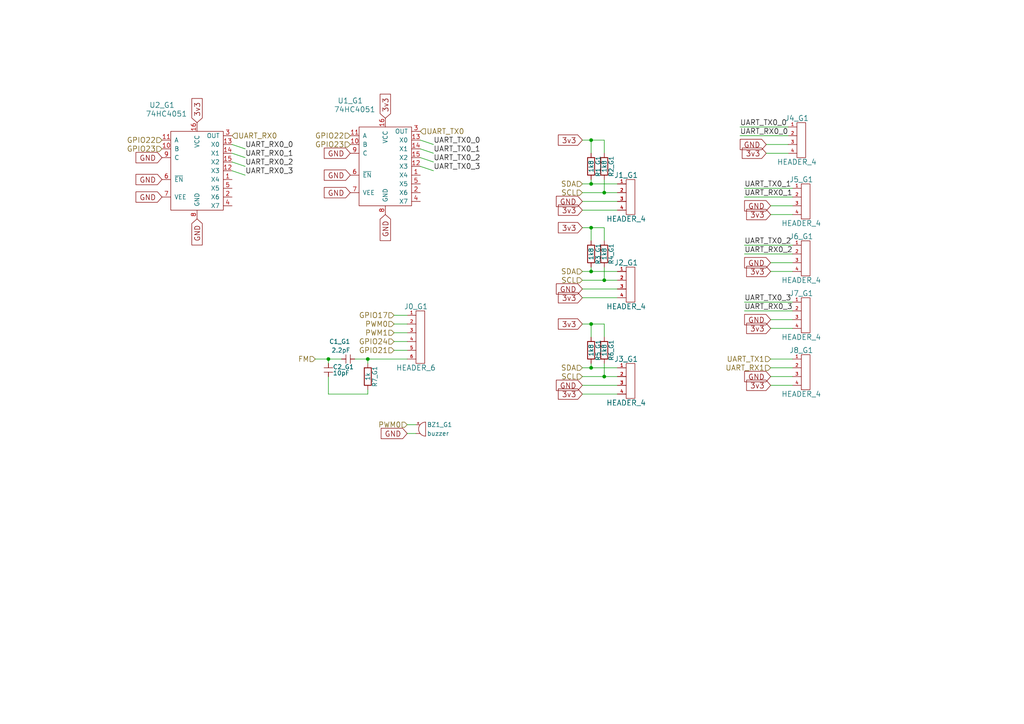
<source format=kicad_sch>
(kicad_sch (version 20230121) (generator eeschema)
  (paper "A4")
  (lib_symbols
    (symbol "PiMainboard-rescue:74HC4051" (pin_names (offset 1.016))
      (property "Reference" "U" (at -10.16 19.05 0))
      (property "Value" "74HC4051" (at -8.89 16.51 0))
      (symbol "74HC4051_0_1"
        (rectangle (start 7.62 11.43) (end -7.62 -11.43))
      )
      (symbol "74HC4051_1_1"
        (pin passive line (at 10.16 -2.54 180) (length 2.54) (name "X4") (number "1"))
        (pin passive line (at -10.16 6.35 0) (length 2.54) (name "B") (number "10"))
        (pin passive line (at -10.16 8.89 0) (length 2.54) (name "A") (number "11"))
        (pin passive line (at 10.16 0 180) (length 2.54) (name "X3") (number "12"))
        (pin passive line (at 10.16 7.62 180) (length 2.54) (name "X0") (number "13"))
        (pin passive line (at 10.16 5.08 180) (length 2.54) (name "X1") (number "14"))
        (pin passive line (at 10.16 2.54 180) (length 2.54) (name "X2") (number "15"))
        (pin passive line (at 0 13.97 270) (length 2.54) (name "VCC") (number "16"))
        (pin passive line (at 10.16 -7.62 180) (length 2.54) (name "X6") (number "2"))
        (pin passive line (at 10.16 10.16 180) (length 2.54) (name "OUT") (number "3"))
        (pin passive line (at 10.16 -10.16 180) (length 2.54) (name "X7") (number "4"))
        (pin passive line (at 10.16 -5.08 180) (length 2.54) (name "X5") (number "5"))
        (pin passive line (at -10.16 -2.54 0) (length 2.54) (name "~{EN}") (number "6"))
        (pin passive line (at -10.16 -7.62 0) (length 2.54) (name "VEE") (number "7"))
        (pin passive line (at 0 -13.97 90) (length 2.54) (name "GND") (number "8"))
        (pin passive line (at -10.16 3.81 0) (length 2.54) (name "C") (number "9"))
      )
    )
    (symbol "PiMainboard-rescue:HEADER_4" (pin_names (offset 0))
      (property "Reference" "J" (at 0 6.35 0))
      (property "Value" "HEADER_4" (at 0 -6.35 0))
      (symbol "HEADER_4_0_1"
        (rectangle (start 2.54 5.08) (end 0 -5.08))
      )
      (symbol "HEADER_4_1_1"
        (pin passive line (at -2.54 3.81 0) (length 2.54) (name "~") (number "1"))
        (pin passive line (at -2.54 1.27 0) (length 2.54) (name "~") (number "2"))
        (pin passive line (at -2.54 -1.27 0) (length 2.54) (name "~") (number "3"))
        (pin passive line (at -2.54 -3.81 0) (length 2.54) (name "~") (number "4"))
      )
    )
    (symbol "PiMainboard-rescue:HEADER_6" (pin_names (offset 0))
      (property "Reference" "J" (at 0 8.89 0))
      (property "Value" "HEADER_6" (at 0 -8.89 0))
      (symbol "HEADER_6_0_1"
        (rectangle (start 2.54 7.62) (end 0 -7.62))
      )
      (symbol "HEADER_6_1_1"
        (pin passive line (at -2.54 6.35 0) (length 2.54) (name "~") (number "1"))
        (pin passive line (at -2.54 3.81 0) (length 2.54) (name "~") (number "2"))
        (pin passive line (at -2.54 1.27 0) (length 2.54) (name "~") (number "3"))
        (pin passive line (at -2.54 -1.27 0) (length 2.54) (name "~") (number "4"))
        (pin passive line (at -2.54 -3.81 0) (length 2.54) (name "~") (number "5"))
        (pin passive line (at -2.54 -6.35 0) (length 2.54) (name "~") (number "6"))
      )
    )
    (symbol "PiMainboard-rescue:R" (pin_numbers hide) (pin_names (offset 0))
      (property "Reference" "R" (at 2.032 0 90))
      (property "Value" "R" (at 0 0 90))
      (symbol "R_0_1"
        (rectangle (start -1.016 -2.54) (end 1.016 2.54) (stroke (width 0.254)))
      )
      (symbol "R_1_1"
        (pin passive line (at 0 3.81 270) (length 1.27) (name "~") (number "1"))
        (pin passive line (at 0 -3.81 90) (length 1.27) (name "~") (number "2"))
      )
    )
    (symbol "PiMainboard-rescue:buzzer" (pin_numbers hide) (pin_names (offset 0.254) hide)
      (property "Reference" "BZ" (at 1.905 1.27 0))
      (property "Value" "buzzer" (at 1.905 -1.27 0))
      (symbol "buzzer_0_1"
        (polyline (pts (xy 1.524 2.032) (xy 1.524 -2.032)))
        (polyline (pts (xy -0.635 2.032) (xy -0.635 1.524) (xy -0.635 1.524)))
        (polyline (pts (xy -0.381 1.778) (xy -0.889 1.778) (xy -0.889 1.778)))
        (arc (start 1.524 2.032) (mid -0.4992 0) (end 1.524 -2.032))
      )
      (symbol "buzzer_1_1"
        (pin passive line (at -1.27 1.27 0) (length 1.1938) (name "~") (number "1"))
        (pin passive line (at -1.27 -1.27 0) (length 1.1938) (name "~") (number "2"))
      )
    )
    (symbol "PiMainboard-rescue:cap_np" (pin_numbers hide) (pin_names (offset 0.254))
      (property "Reference" "C" (at 1.27 0.254 0))
      (property "Value" "cap_np" (at 1.27 -1.524 0))
      (symbol "cap_np_0_1"
        (polyline (pts (xy -1.27 0) (xy 1.27 0) (xy 1.27 0)))
        (polyline (pts (xy 1.27 -1.27) (xy -1.27 -1.27) (xy -1.27 -1.27)))
      )
      (symbol "cap_np_1_1"
        (pin passive line (at 0 1.27 270) (length 1.27) (name "~") (number "1"))
        (pin passive line (at 0 -2.54 90) (length 1.27) (name "~") (number "2"))
      )
    )
  )
  (junction (at 171.45 66.04))
  (junction (at 171.45 40.64))
  (junction (at 95.25 104.14))
  (junction (at 171.45 53.34))
  (junction (at 106.68 104.14))
  (junction (at 171.45 106.68))
  (junction (at 175.26 55.88))
  (junction (at 175.26 81.28))
  (junction (at 175.26 109.22))
  (junction (at 171.45 93.98))
  (junction (at 171.45 78.74))
  (wire (pts (xy 168.91 81.28) (xy 175.26 81.28)))
  (wire (pts (xy 168.91 114.3) (xy 179.07 114.3)))
  (wire (pts (xy 168.91 83.82) (xy 179.07 83.82)))
  (wire (pts (xy 223.52 106.68) (xy 229.87 106.68)))
  (wire (pts (xy 171.45 69.85) (xy 171.45 66.04)))
  (wire (pts (xy 114.3 96.52) (xy 118.11 96.52)))
  (wire (pts (xy 67.31 49.53) (xy 71.12 50.8)))
  (wire (pts (xy 168.91 109.22) (xy 175.26 109.22)))
  (wire (pts (xy 175.26 81.28) (xy 179.07 81.28)))
  (wire (pts (xy 223.52 59.69) (xy 229.87 59.69)))
  (wire (pts (xy 223.52 62.23) (xy 229.87 62.23)))
  (wire (pts (xy 120.65 125.73) (xy 118.11 125.73)))
  (wire (pts (xy 95.25 114.3) (xy 106.68 114.3)))
  (wire (pts (xy 95.25 105.41) (xy 95.25 104.14)))
  (wire (pts (xy 215.9 57.15) (xy 229.87 57.15)))
  (wire (pts (xy 121.92 43.18) (xy 125.73 44.45)))
  (wire (pts (xy 168.91 58.42) (xy 179.07 58.42)))
  (wire (pts (xy 114.3 101.6) (xy 118.11 101.6)))
  (wire (pts (xy 171.45 78.74) (xy 171.45 77.47)))
  (wire (pts (xy 121.92 45.72) (xy 125.73 46.99)))
  (wire (pts (xy 114.3 93.98) (xy 118.11 93.98)))
  (wire (pts (xy 223.52 78.74) (xy 229.87 78.74)))
  (wire (pts (xy 215.9 54.61) (xy 229.87 54.61)))
  (wire (pts (xy 121.92 40.64) (xy 125.73 41.91)))
  (wire (pts (xy 171.45 97.79) (xy 171.45 93.98)))
  (wire (pts (xy 168.91 60.96) (xy 179.07 60.96)))
  (wire (pts (xy 175.26 40.64) (xy 175.26 44.45)))
  (wire (pts (xy 175.26 66.04) (xy 175.26 69.85)))
  (wire (pts (xy 223.52 111.76) (xy 229.87 111.76)))
  (wire (pts (xy 171.45 66.04) (xy 175.26 66.04)))
  (wire (pts (xy 168.91 86.36) (xy 179.07 86.36)))
  (wire (pts (xy 95.25 104.14) (xy 99.06 104.14)))
  (wire (pts (xy 215.9 87.63) (xy 229.87 87.63)))
  (wire (pts (xy 171.45 78.74) (xy 179.07 78.74)))
  (wire (pts (xy 168.91 111.76) (xy 179.07 111.76)))
  (wire (pts (xy 106.68 114.3) (xy 106.68 113.03)))
  (wire (pts (xy 222.25 44.45) (xy 228.6 44.45)))
  (wire (pts (xy 175.26 105.41) (xy 175.26 109.22)))
  (wire (pts (xy 168.91 55.88) (xy 175.26 55.88)))
  (wire (pts (xy 214.63 36.83) (xy 228.6 36.83)))
  (wire (pts (xy 102.87 104.14) (xy 106.68 104.14)))
  (wire (pts (xy 91.44 104.14) (xy 95.25 104.14)))
  (wire (pts (xy 175.26 55.88) (xy 179.07 55.88)))
  (wire (pts (xy 171.45 106.68) (xy 179.07 106.68)))
  (wire (pts (xy 67.31 46.99) (xy 71.12 48.26)))
  (wire (pts (xy 67.31 44.45) (xy 71.12 45.72)))
  (wire (pts (xy 171.45 53.34) (xy 179.07 53.34)))
  (wire (pts (xy 168.91 66.04) (xy 171.45 66.04)))
  (wire (pts (xy 168.91 78.74) (xy 171.45 78.74)))
  (wire (pts (xy 223.52 76.2) (xy 229.87 76.2)))
  (wire (pts (xy 120.65 123.19) (xy 118.11 123.19)))
  (wire (pts (xy 215.9 71.12) (xy 229.87 71.12)))
  (wire (pts (xy 171.45 106.68) (xy 171.45 105.41)))
  (wire (pts (xy 223.52 104.14) (xy 229.87 104.14)))
  (wire (pts (xy 171.45 93.98) (xy 175.26 93.98)))
  (wire (pts (xy 168.91 106.68) (xy 171.45 106.68)))
  (wire (pts (xy 171.45 44.45) (xy 171.45 40.64)))
  (wire (pts (xy 175.26 77.47) (xy 175.26 81.28)))
  (wire (pts (xy 121.92 48.26) (xy 125.73 49.53)))
  (wire (pts (xy 95.25 109.22) (xy 95.25 114.3)))
  (wire (pts (xy 114.3 99.06) (xy 118.11 99.06)))
  (wire (pts (xy 223.52 95.25) (xy 229.87 95.25)))
  (wire (pts (xy 214.63 39.37) (xy 228.6 39.37)))
  (wire (pts (xy 171.45 40.64) (xy 175.26 40.64)))
  (wire (pts (xy 106.68 104.14) (xy 118.11 104.14)))
  (wire (pts (xy 215.9 73.66) (xy 229.87 73.66)))
  (wire (pts (xy 67.31 41.91) (xy 71.12 43.18)))
  (wire (pts (xy 215.9 90.17) (xy 229.87 90.17)))
  (wire (pts (xy 175.26 109.22) (xy 179.07 109.22)))
  (wire (pts (xy 168.91 40.64) (xy 171.45 40.64)))
  (wire (pts (xy 114.3 91.44) (xy 118.11 91.44)))
  (wire (pts (xy 223.52 92.71) (xy 229.87 92.71)))
  (wire (pts (xy 222.25 41.91) (xy 228.6 41.91)))
  (wire (pts (xy 171.45 53.34) (xy 171.45 52.07)))
  (wire (pts (xy 168.91 53.34) (xy 171.45 53.34)))
  (wire (pts (xy 175.26 52.07) (xy 175.26 55.88)))
  (wire (pts (xy 168.91 93.98) (xy 171.45 93.98)))
  (wire (pts (xy 223.52 109.22) (xy 229.87 109.22)))
  (wire (pts (xy 175.26 93.98) (xy 175.26 97.79)))
  (wire (pts (xy 106.68 104.14) (xy 106.68 105.41)))
  (label "UART_TX0_1" (at 125.73 44.45 0) (effects (font (size 1.524 1.524))))
  (label "UART_TX0_0" (at 125.73 41.91 0) (effects (font (size 1.524 1.524))))
  (label "UART_RX0_0" (at 214.63 39.37 0) (effects (font (size 1.524 1.524))))
  (label "UART_RX0_3" (at 215.9 90.17 0) (effects (font (size 1.524 1.524))))
  (label "UART_TX0_3" (at 125.73 49.53 0) (effects (font (size 1.524 1.524))))
  (label "UART_RX0_1" (at 71.12 45.72 0) (effects (font (size 1.524 1.524))))
  (label "UART_RX0_1" (at 215.9 57.15 0) (effects (font (size 1.524 1.524))))
  (label "UART_RX0_3" (at 71.12 50.8 0) (effects (font (size 1.524 1.524))))
  (label "UART_TX0_2" (at 125.73 46.99 0) (effects (font (size 1.524 1.524))))
  (label "UART_TX0_2" (at 215.9 71.12 0) (effects (font (size 1.524 1.524))))
  (label "UART_TX0_0" (at 214.63 36.83 0) (effects (font (size 1.524 1.524))))
  (label "UART_RX0_0" (at 71.12 43.18 0) (effects (font (size 1.524 1.524))))
  (label "UART_TX0_1" (at 215.9 54.61 0) (effects (font (size 1.524 1.524))))
  (label "UART_TX0_3" (at 215.9 87.63 0) (effects (font (size 1.524 1.524))))
  (label "UART_RX0_2" (at 215.9 73.66 0) (effects (font (size 1.524 1.524))))
  (label "UART_RX0_2" (at 71.12 48.26 0) (effects (font (size 1.524 1.524))))
  (global_label "GND" (shape input) (at 223.52 59.69 180) (effects (font (size 1.524 1.524))) (property "Intersheetrefs" "${INTERSHEET_REFS}" (effects hide)))
  (global_label "3v3" (shape input) (at 168.91 114.3 180) (effects (font (size 1.524 1.524))) (property "Intersheetrefs" "${INTERSHEET_REFS}" (effects hide)))
  (global_label "GND" (shape input) (at 222.25 41.91 180) (effects (font (size 1.524 1.524))) (property "Intersheetrefs" "${INTERSHEET_REFS}" (effects hide)))
  (global_label "3v3" (shape input) (at 57.15 35.56 90) (effects (font (size 1.524 1.524))) (property "Intersheetrefs" "${INTERSHEET_REFS}" (effects hide)))
  (global_label "GND" (shape input) (at 101.6 55.88 180) (effects (font (size 1.524 1.524))) (property "Intersheetrefs" "${INTERSHEET_REFS}" (effects hide)))
  (global_label "3v3" (shape input) (at 168.91 60.96 180) (effects (font (size 1.524 1.524))) (property "Intersheetrefs" "${INTERSHEET_REFS}" (effects hide)))
  (global_label "GND" (shape input) (at 223.52 76.2 180) (effects (font (size 1.524 1.524))) (property "Intersheetrefs" "${INTERSHEET_REFS}" (effects hide)))
  (global_label "GND" (shape input) (at 223.52 109.22 180) (effects (font (size 1.524 1.524))) (property "Intersheetrefs" "${INTERSHEET_REFS}" (effects hide)))
  (global_label "3v3" (shape input) (at 168.91 40.64 180) (effects (font (size 1.524 1.524))) (property "Intersheetrefs" "${INTERSHEET_REFS}" (effects hide)))
  (global_label "GND" (shape input) (at 111.76 62.23 270) (effects (font (size 1.524 1.524))) (property "Intersheetrefs" "${INTERSHEET_REFS}" (effects hide)))
  (global_label "3v3" (shape input) (at 168.91 93.98 180) (effects (font (size 1.524 1.524))) (property "Intersheetrefs" "${INTERSHEET_REFS}" (effects hide)))
  (global_label "3v3" (shape input) (at 222.25 44.45 180) (effects (font (size 1.524 1.524))) (property "Intersheetrefs" "${INTERSHEET_REFS}" (effects hide)))
  (global_label "3v3" (shape input) (at 223.52 78.74 180) (effects (font (size 1.524 1.524))) (property "Intersheetrefs" "${INTERSHEET_REFS}" (effects hide)))
  (global_label "GND" (shape input) (at 101.6 50.8 180) (effects (font (size 1.524 1.524))) (property "Intersheetrefs" "${INTERSHEET_REFS}" (effects hide)))
  (global_label "GND" (shape input) (at 223.52 92.71 180) (effects (font (size 1.524 1.524))) (property "Intersheetrefs" "${INTERSHEET_REFS}" (effects hide)))
  (global_label "3v3" (shape input) (at 168.91 86.36 180) (effects (font (size 1.524 1.524))) (property "Intersheetrefs" "${INTERSHEET_REFS}" (effects hide)))
  (global_label "GND" (shape input) (at 46.99 45.72 180) (effects (font (size 1.524 1.524))) (property "Intersheetrefs" "${INTERSHEET_REFS}" (effects hide)))
  (global_label "3v3" (shape input) (at 168.91 66.04 180) (effects (font (size 1.524 1.524))) (property "Intersheetrefs" "${INTERSHEET_REFS}" (effects hide)))
  (global_label "3v3" (shape input) (at 223.52 62.23 180) (effects (font (size 1.524 1.524))) (property "Intersheetrefs" "${INTERSHEET_REFS}" (effects hide)))
  (global_label "GND" (shape input) (at 118.11 125.73 180) (effects (font (size 1.524 1.524))) (property "Intersheetrefs" "${INTERSHEET_REFS}" (effects hide)))
  (global_label "3v3" (shape input) (at 223.52 111.76 180) (effects (font (size 1.524 1.524))) (property "Intersheetrefs" "${INTERSHEET_REFS}" (effects hide)))
  (global_label "GND" (shape input) (at 168.91 58.42 180) (effects (font (size 1.524 1.524))) (property "Intersheetrefs" "${INTERSHEET_REFS}" (effects hide)))
  (global_label "GND" (shape input) (at 168.91 111.76 180) (effects (font (size 1.524 1.524))) (property "Intersheetrefs" "${INTERSHEET_REFS}" (effects hide)))
  (global_label "3v3" (shape input) (at 223.52 95.25 180) (effects (font (size 1.524 1.524))) (property "Intersheetrefs" "${INTERSHEET_REFS}" (effects hide)))
  (global_label "GND" (shape input) (at 46.99 52.07 180) (effects (font (size 1.524 1.524))) (property "Intersheetrefs" "${INTERSHEET_REFS}" (effects hide)))
  (global_label "GND" (shape input) (at 101.6 44.45 180) (effects (font (size 1.524 1.524))) (property "Intersheetrefs" "${INTERSHEET_REFS}" (effects hide)))
  (global_label "GND" (shape input) (at 57.15 63.5 270) (effects (font (size 1.524 1.524))) (property "Intersheetrefs" "${INTERSHEET_REFS}" (effects hide)))
  (global_label "GND" (shape input) (at 46.99 57.15 180) (effects (font (size 1.524 1.524))) (property "Intersheetrefs" "${INTERSHEET_REFS}" (effects hide)))
  (global_label "GND" (shape input) (at 168.91 83.82 180) (effects (font (size 1.524 1.524))) (property "Intersheetrefs" "${INTERSHEET_REFS}" (effects hide)))
  (global_label "3v3" (shape input) (at 111.76 34.29 90) (effects (font (size 1.524 1.524))) (property "Intersheetrefs" "${INTERSHEET_REFS}" (effects hide)))
  (hierarchical_label "GPIO21" (shape input) (at 114.3 101.6 180) (effects (font (size 1.524 1.524))))
  (hierarchical_label "GPIO24" (shape input) (at 114.3 99.06 180) (effects (font (size 1.524 1.524))))
  (hierarchical_label "GPIO22" (shape input) (at 46.99 40.64 180) (effects (font (size 1.524 1.524))))
  (hierarchical_label "FM" (shape input) (at 91.44 104.14 180) (effects (font (size 1.524 1.524))))
  (hierarchical_label "UART_TX0" (shape input) (at 121.92 38.1 0) (effects (font (size 1.524 1.524))))
  (hierarchical_label "GPIO22" (shape input) (at 101.6 39.37 180) (effects (font (size 1.524 1.524))))
  (hierarchical_label "UART_TX1" (shape input) (at 223.52 104.14 180) (effects (font (size 1.524 1.524))))
  (hierarchical_label "SCL" (shape input) (at 168.91 109.22 180) (effects (font (size 1.524 1.524))))
  (hierarchical_label "PWM0" (shape input) (at 118.11 123.19 180) (effects (font (size 1.524 1.524))))
  (hierarchical_label "SDA" (shape input) (at 168.91 106.68 180) (effects (font (size 1.524 1.524))))
  (hierarchical_label "PWM0" (shape input) (at 114.3 93.98 180) (effects (font (size 1.524 1.524))))
  (hierarchical_label "UART_RX1" (shape input) (at 223.52 106.68 180) (effects (font (size 1.524 1.524))))
  (hierarchical_label "GPIO23" (shape input) (at 46.99 43.18 180) (effects (font (size 1.524 1.524))))
  (hierarchical_label "SDA" (shape input) (at 168.91 78.74 180) (effects (font (size 1.524 1.524))))
  (hierarchical_label "GPIO23" (shape input) (at 101.6 41.91 180) (effects (font (size 1.524 1.524))))
  (hierarchical_label "SCL" (shape input) (at 168.91 55.88 180) (effects (font (size 1.524 1.524))))
  (hierarchical_label "GPIO17" (shape input) (at 114.3 91.44 180) (effects (font (size 1.524 1.524))))
  (hierarchical_label "SCL" (shape input) (at 168.91 81.28 180) (effects (font (size 1.524 1.524))))
  (hierarchical_label "UART_RX0" (shape input) (at 67.31 39.37 0) (effects (font (size 1.524 1.524))))
  (hierarchical_label "PWM1" (shape input) (at 114.3 96.52 180) (effects (font (size 1.524 1.524))))
  (hierarchical_label "SDA" (shape input) (at 168.91 53.34 180) (effects (font (size 1.524 1.524))))
  (symbol (lib_id "PiMainboard-rescue:HEADER_4") (at 181.61 57.15 0) (unit 1)
    (property "Reference" "J1_G1" (at 181.61 50.8 0) (effects (font (size 1.524 1.524))))
    (property "Value" "HEADER_4" (at 181.61 63.5 0) (effects (font (size 1.524 1.524))))
  )
  (symbol (lib_id "PiMainboard-rescue:R") (at 171.45 48.26 0) (unit 1)
    (property "Reference" "R1_G1" (at 173.482 48.26 90))
    (property "Value" "1k8" (at 171.45 48.26 90))
  )
  (symbol (lib_id "PiMainboard-rescue:R") (at 175.26 48.26 0) (unit 1)
    (property "Reference" "R2_G1" (at 177.292 48.26 90))
    (property "Value" "1k8" (at 175.26 48.26 90))
  )
  (symbol (lib_id "PiMainboard-rescue:HEADER_4") (at 181.61 82.55 0) (unit 1)
    (property "Reference" "J2_G1" (at 181.61 76.2 0) (effects (font (size 1.524 1.524))))
    (property "Value" "HEADER_4" (at 181.61 88.9 0) (effects (font (size 1.524 1.524))))
  )
  (symbol (lib_id "PiMainboard-rescue:R") (at 171.45 73.66 0) (unit 1)
    (property "Reference" "R3_G1" (at 173.482 73.66 90))
    (property "Value" "1k8" (at 171.45 73.66 90))
  )
  (symbol (lib_id "PiMainboard-rescue:R") (at 175.26 73.66 0) (unit 1)
    (property "Reference" "R4_G1" (at 177.292 73.66 90))
    (property "Value" "1k8" (at 175.26 73.66 90))
  )
  (symbol (lib_id "PiMainboard-rescue:HEADER_4") (at 231.14 40.64 0) (unit 1)
    (property "Reference" "J4_G1" (at 231.14 34.29 0) (effects (font (size 1.524 1.524))))
    (property "Value" "HEADER_4" (at 231.14 46.99 0) (effects (font (size 1.524 1.524))))
    (instances (project "PiMainboard" (path "" (reference "J4_G1") (unit 1)) (path "" (reference "J3_G1") (unit 1))))
  )
  (symbol (lib_id "PiMainboard-rescue:HEADER_4") (at 232.41 74.93 0) (unit 1)
    (property "Reference" "J6_G1" (at 232.41 68.58 0) (effects (font (size 1.524 1.524))))
    (property "Value" "HEADER_4" (at 232.41 81.28 0) (effects (font (size 1.524 1.524))))
    (instances (project "PiMainboard" (path "" (reference "J6_G1") (unit 1)) (path "" (reference "J4_G1") (unit 1))))
  )
  (symbol (lib_id "PiMainboard-rescue:HEADER_6") (at 120.65 97.79 0) (unit 1)
    (property "Reference" "J0_G1" (at 120.65 88.9 0) (effects (font (size 1.524 1.524))))
    (property "Value" "HEADER_6" (at 120.65 106.68 0) (effects (font (size 1.524 1.524))))
    (instances (project "PiMainboard" (path "" (reference "J0_G1") (unit 1)) (path "" (reference "J5_G1") (unit 1))))
  )
  (symbol (lib_id "PiMainboard-rescue:cap_np") (at 95.25 106.68 0) (unit 1)
    (property "Reference" "C2_G1" (at 96.52 106.426 0) (effects (justify left)))
    (property "Value" "10pF" (at 96.52 108.204 0) (effects (justify left)))
  )
  (symbol (lib_id "PiMainboard-rescue:cap_np") (at 100.33 104.14 90) (unit 1)
    (property "Reference" "C1_G1" (at 101.6 99.06 90) (effects (justify left)))
    (property "Value" "2.2pF" (at 101.6 101.6 90) (effects (justify left)))
  )
  (symbol (lib_id "PiMainboard-rescue:R") (at 106.68 109.22 0) (unit 1)
    (property "Reference" "R7_G1" (at 108.712 109.22 90))
    (property "Value" "1k" (at 106.68 109.22 90))
    (instances (project "PiMainboard" (path "" (reference "R7_G1") (unit 1)) (path "" (reference "R5_G1") (unit 1))))
  )
  (symbol (lib_id "PiMainboard-rescue:HEADER_4") (at 232.41 58.42 0) (unit 1)
    (property "Reference" "J5_G1" (at 232.41 52.07 0) (effects (font (size 1.524 1.524))))
    (property "Value" "HEADER_4" (at 232.41 64.77 0) (effects (font (size 1.524 1.524))))
  )
  (symbol (lib_id "PiMainboard-rescue:HEADER_4") (at 232.41 107.95 0) (unit 1)
    (property "Reference" "J8_G1" (at 232.41 101.6 0) (effects (font (size 1.524 1.524))))
    (property "Value" "HEADER_4" (at 232.41 114.3 0) (effects (font (size 1.524 1.524))))
  )
  (symbol (lib_id "PiMainboard-rescue:74HC4051") (at 57.15 49.53 0) (unit 1)
    (property "Reference" "U2_G1" (at 46.99 30.48 0) (effects (font (size 1.524 1.524))))
    (property "Value" "74HC4051" (at 48.26 33.02 0) (effects (font (size 1.524 1.524))))
  )
  (symbol (lib_id "PiMainboard-rescue:HEADER_4") (at 232.41 91.44 0) (unit 1)
    (property "Reference" "J7_G1" (at 232.41 85.09 0) (effects (font (size 1.524 1.524))))
    (property "Value" "HEADER_4" (at 232.41 97.79 0) (effects (font (size 1.524 1.524))))
  )
  (symbol (lib_id "PiMainboard-rescue:buzzer") (at 121.92 124.46 0) (unit 1)
    (property "Reference" "BZ1_G1" (at 123.825 123.19 0) (effects (justify left)))
    (property "Value" "buzzer" (at 123.825 125.73 0) (effects (justify left)))
  )
  (symbol (lib_id "PiMainboard-rescue:HEADER_4") (at 181.61 110.49 0) (unit 1)
    (property "Reference" "J3_G1" (at 181.61 104.14 0) (effects (font (size 1.524 1.524))))
    (property "Value" "HEADER_4" (at 181.61 116.84 0) (effects (font (size 1.524 1.524))))
  )
  (symbol (lib_id "PiMainboard-rescue:R") (at 171.45 101.6 0) (unit 1)
    (property "Reference" "R5_G1" (at 173.482 101.6 90))
    (property "Value" "1k8" (at 171.45 101.6 90))
  )
  (symbol (lib_id "PiMainboard-rescue:R") (at 175.26 101.6 0) (unit 1)
    (property "Reference" "R6_G1" (at 177.292 101.6 90))
    (property "Value" "1k8" (at 175.26 101.6 90))
  )
  (symbol (lib_id "PiMainboard-rescue:74HC4051") (at 111.76 48.26 0) (unit 1)
    (property "Reference" "U1_G1" (at 101.6 29.21 0) (effects (font (size 1.524 1.524))))
    (property "Value" "74HC4051" (at 102.87 31.75 0) (effects (font (size 1.524 1.524))))
  )
)
</source>
